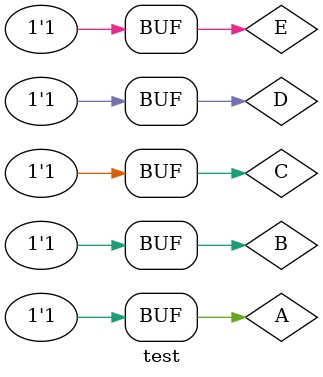
<source format=v>
`timescale 1ns / 1ps


module test;

	// Inputs
	reg A;
	reg B;
	reg C;
	reg D;
	reg E;

	// Outputs
	wire F;

	// Instantiate the Unit Under Test (UUT)
	Voting_M uut (
		.A(A), 
		.B(B), 
		.C(C), 
		.D(D), 
		.E(E), 
		.F(F)
	);

	initial begin
		// Initialize Inputs
		A=0; B=0; C=0; D=0; E=0;

		// Wait 100 ns for global reset to finish
		#100;
      A=1; B=0; C=0; D=0; E=0;
		#100;
      A=1; B=1; C=0; D=0; E=0;
		#100;
      A=1; B=1; C=1; D=0; E=0;
		#100;
      A=1; B=0; C=1; D=0; E=1;
		#100;
      A=1; B=0; C=1; D=0; E=0;
		#100;
      A=1; B=0; C=1; D=1; E=1;
		#100;
      A=1; B=1; C=1; D=1; E=1;
		// Add stimulus here
		

	end
      
endmodule


</source>
